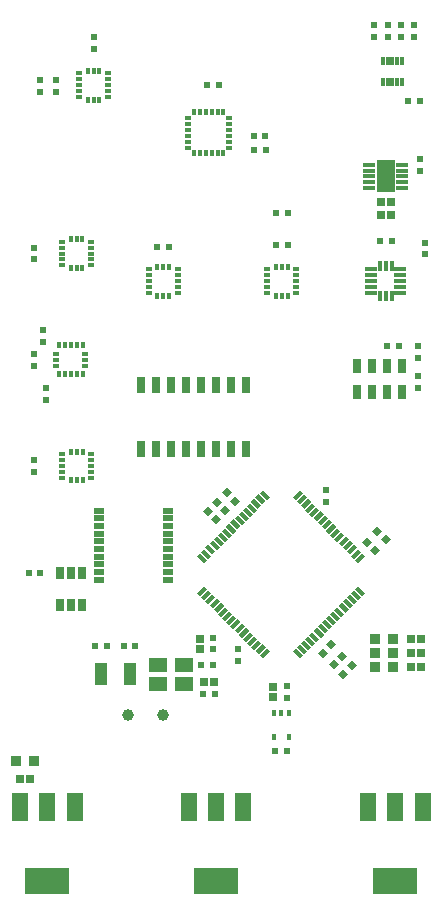
<source format=gts>
G75*
G70*
%OFA0B0*%
%FSLAX24Y24*%
%IPPOS*%
%LPD*%
%AMOC8*
5,1,8,0,0,1.08239X$1,22.5*
%
%ADD10R,0.0118X0.0276*%
%ADD11R,0.0236X0.0236*%
%ADD12R,0.0177X0.0217*%
%ADD13R,0.0217X0.0177*%
%ADD14R,0.0257X0.0453*%
%ADD15R,0.0158X0.0197*%
%ADD16R,0.0257X0.0276*%
%ADD17R,0.0157X0.0374*%
%ADD18R,0.0404X0.0157*%
%ADD19R,0.0384X0.0157*%
%ADD20R,0.0146X0.0335*%
%ADD21R,0.0236X0.0236*%
%ADD22R,0.0276X0.0257*%
%ADD23R,0.0434X0.0749*%
%ADD24R,0.0591X0.0512*%
%ADD25R,0.0355X0.0355*%
%ADD26C,0.0394*%
%ADD27R,0.0520X0.0920*%
%ADD28R,0.1457X0.0906*%
%ADD29R,0.0375X0.0197*%
%ADD30R,0.0157X0.0217*%
%ADD31R,0.0217X0.0157*%
%ADD32R,0.0276X0.0540*%
%ADD33R,0.0257X0.0434*%
%ADD34R,0.0433X0.0157*%
%ADD35R,0.0591X0.1064*%
D10*
X014400Y029334D03*
X014558Y029334D03*
X014715Y029334D03*
X014873Y029334D03*
X015030Y029334D03*
X015030Y030043D03*
X014873Y030043D03*
X014715Y030043D03*
X014558Y030043D03*
X014400Y030043D03*
D11*
X014555Y030842D03*
X014555Y031235D03*
X014112Y031235D03*
X014112Y030842D03*
X014992Y030842D03*
X014992Y031235D03*
X015421Y031237D03*
X015421Y030843D03*
X015245Y028709D03*
X015639Y028709D03*
X015632Y026765D03*
X015632Y026372D03*
X014689Y024039D03*
X014295Y024039D03*
X015812Y023975D03*
X015812Y023582D03*
X015582Y020515D03*
X015582Y020122D03*
X015582Y019525D03*
X015582Y019132D03*
X014926Y020519D03*
X014532Y020519D03*
X011219Y023909D03*
X010825Y023909D03*
X010825Y024959D03*
X011219Y024959D03*
X010499Y027069D03*
X010105Y027069D03*
X010085Y027539D03*
X010479Y027539D03*
X008919Y029219D03*
X008525Y029219D03*
X004752Y030442D03*
X004752Y030835D03*
X003512Y029390D03*
X003512Y028997D03*
X002952Y028997D03*
X002952Y029390D03*
X002762Y023805D03*
X002762Y023412D03*
X003082Y021055D03*
X003082Y020662D03*
X002762Y020265D03*
X002762Y019872D03*
X003182Y019135D03*
X003182Y018742D03*
X002762Y016725D03*
X002762Y016332D03*
X002588Y012970D03*
X002982Y012970D03*
X004795Y010529D03*
X005189Y010529D03*
X005755Y010529D03*
X006149Y010529D03*
X008325Y009899D03*
X008719Y009899D03*
X008720Y010412D03*
X008720Y010805D03*
X009582Y010415D03*
X009582Y010022D03*
X008789Y008919D03*
X008395Y008919D03*
X010812Y007039D03*
X011205Y007039D03*
X011200Y008792D03*
X011200Y009185D03*
X012502Y015322D03*
X012502Y015715D03*
X007269Y023819D03*
X006875Y023819D03*
D12*
X006875Y023171D03*
X007072Y023171D03*
X007269Y023171D03*
X007269Y022206D03*
X007072Y022206D03*
X006875Y022206D03*
X004384Y023126D03*
X004187Y023126D03*
X003990Y023126D03*
X003990Y024091D03*
X004187Y024091D03*
X004384Y024091D03*
X004386Y020551D03*
X004189Y020551D03*
X003992Y020551D03*
X003795Y020551D03*
X003599Y020551D03*
X003599Y019586D03*
X003795Y019586D03*
X003992Y019586D03*
X004189Y019586D03*
X004386Y019586D03*
X004386Y017011D03*
X004189Y017011D03*
X003992Y017011D03*
X003992Y016046D03*
X004189Y016046D03*
X004386Y016046D03*
X010825Y022206D03*
X011022Y022206D03*
X011219Y022206D03*
X011219Y023171D03*
X011022Y023171D03*
X010825Y023171D03*
X004949Y028741D03*
X004752Y028741D03*
X004555Y028741D03*
X004555Y029706D03*
X004752Y029706D03*
X004949Y029706D03*
D13*
X005234Y029617D03*
X005234Y029420D03*
X005234Y029224D03*
X005234Y029027D03*
X005234Y028830D03*
X004270Y028830D03*
X004270Y029027D03*
X004270Y029224D03*
X004270Y029420D03*
X004270Y029617D03*
X004669Y024002D03*
X004669Y023805D03*
X004669Y023609D03*
X004669Y023412D03*
X004669Y023215D03*
X003705Y023215D03*
X003705Y023412D03*
X003705Y023609D03*
X003705Y023805D03*
X003705Y024002D03*
X006590Y023082D03*
X006590Y022885D03*
X006590Y022689D03*
X006590Y022492D03*
X006590Y022295D03*
X007554Y022295D03*
X007554Y022492D03*
X007554Y022689D03*
X007554Y022885D03*
X007554Y023082D03*
X004474Y020265D03*
X004474Y020069D03*
X004474Y019872D03*
X003510Y019872D03*
X003510Y020069D03*
X003510Y020265D03*
X003707Y016922D03*
X003707Y016725D03*
X003707Y016529D03*
X003707Y016332D03*
X003707Y016135D03*
X004671Y016135D03*
X004671Y016332D03*
X004671Y016529D03*
X004671Y016725D03*
X004671Y016922D03*
X010540Y022295D03*
X010540Y022492D03*
X010540Y022689D03*
X010540Y022885D03*
X010540Y023082D03*
X011504Y023082D03*
X011504Y022885D03*
X011504Y022689D03*
X011504Y022492D03*
X011504Y022295D03*
D14*
X013549Y019856D03*
X014041Y019856D03*
X014533Y019856D03*
X015025Y019856D03*
X015025Y019010D03*
X014533Y019010D03*
X014041Y019010D03*
X013549Y019010D03*
D15*
X011264Y008282D03*
X011008Y008282D03*
X010753Y008282D03*
X010753Y007495D03*
X011264Y007495D03*
D16*
X010747Y008821D03*
X010747Y009156D03*
X008312Y010431D03*
X008312Y010766D03*
D17*
X014295Y022187D03*
X014492Y022187D03*
X014689Y022187D03*
X014689Y023191D03*
X014492Y023191D03*
X014295Y023191D03*
D18*
X014015Y022885D03*
X014015Y022689D03*
X014015Y022492D03*
X014970Y022492D03*
X014970Y022689D03*
X014970Y022885D03*
D19*
X014979Y023082D03*
X014979Y022295D03*
X014005Y022295D03*
X014005Y023082D03*
D20*
G36*
X011491Y015388D02*
X011388Y015491D01*
X011623Y015726D01*
X011726Y015623D01*
X011491Y015388D01*
G37*
G36*
X011630Y015248D02*
X011527Y015351D01*
X011762Y015586D01*
X011865Y015483D01*
X011630Y015248D01*
G37*
G36*
X011769Y015109D02*
X011666Y015212D01*
X011901Y015447D01*
X012004Y015344D01*
X011769Y015109D01*
G37*
G36*
X011908Y014970D02*
X011805Y015073D01*
X012040Y015308D01*
X012143Y015205D01*
X011908Y014970D01*
G37*
G36*
X012047Y014831D02*
X011944Y014934D01*
X012179Y015169D01*
X012282Y015066D01*
X012047Y014831D01*
G37*
G36*
X012186Y014692D02*
X012083Y014795D01*
X012318Y015030D01*
X012421Y014927D01*
X012186Y014692D01*
G37*
G36*
X012326Y014552D02*
X012223Y014655D01*
X012458Y014890D01*
X012561Y014787D01*
X012326Y014552D01*
G37*
G36*
X012465Y014413D02*
X012362Y014516D01*
X012597Y014751D01*
X012700Y014648D01*
X012465Y014413D01*
G37*
G36*
X012604Y014274D02*
X012501Y014377D01*
X012736Y014612D01*
X012839Y014509D01*
X012604Y014274D01*
G37*
G36*
X012743Y014135D02*
X012640Y014238D01*
X012875Y014473D01*
X012978Y014370D01*
X012743Y014135D01*
G37*
G36*
X012882Y013996D02*
X012779Y014099D01*
X013014Y014334D01*
X013117Y014231D01*
X012882Y013996D01*
G37*
G36*
X013022Y013857D02*
X012919Y013960D01*
X013154Y014195D01*
X013257Y014092D01*
X013022Y013857D01*
G37*
G36*
X013161Y013717D02*
X013058Y013820D01*
X013293Y014055D01*
X013396Y013952D01*
X013161Y013717D01*
G37*
G36*
X013300Y013578D02*
X013197Y013681D01*
X013432Y013916D01*
X013535Y013813D01*
X013300Y013578D01*
G37*
G36*
X013439Y013439D02*
X013336Y013542D01*
X013571Y013777D01*
X013674Y013674D01*
X013439Y013439D01*
G37*
G36*
X013578Y013300D02*
X013475Y013403D01*
X013710Y013638D01*
X013813Y013535D01*
X013578Y013300D01*
G37*
G36*
X013813Y012303D02*
X013710Y012200D01*
X013475Y012435D01*
X013578Y012538D01*
X013813Y012303D01*
G37*
G36*
X013336Y012296D02*
X013439Y012399D01*
X013674Y012164D01*
X013571Y012061D01*
X013336Y012296D01*
G37*
G36*
X013197Y012157D02*
X013300Y012260D01*
X013535Y012025D01*
X013432Y011922D01*
X013197Y012157D01*
G37*
G36*
X013058Y012018D02*
X013161Y012121D01*
X013396Y011886D01*
X013293Y011783D01*
X013058Y012018D01*
G37*
G36*
X012919Y011878D02*
X013022Y011981D01*
X013257Y011746D01*
X013154Y011643D01*
X012919Y011878D01*
G37*
G36*
X012779Y011739D02*
X012882Y011842D01*
X013117Y011607D01*
X013014Y011504D01*
X012779Y011739D01*
G37*
G36*
X012640Y011600D02*
X012743Y011703D01*
X012978Y011468D01*
X012875Y011365D01*
X012640Y011600D01*
G37*
G36*
X012501Y011461D02*
X012604Y011564D01*
X012839Y011329D01*
X012736Y011226D01*
X012501Y011461D01*
G37*
G36*
X012362Y011322D02*
X012465Y011425D01*
X012700Y011190D01*
X012597Y011087D01*
X012362Y011322D01*
G37*
G36*
X012223Y011182D02*
X012326Y011285D01*
X012561Y011050D01*
X012458Y010947D01*
X012223Y011182D01*
G37*
G36*
X012083Y011043D02*
X012186Y011146D01*
X012421Y010911D01*
X012318Y010808D01*
X012083Y011043D01*
G37*
G36*
X011944Y010904D02*
X012047Y011007D01*
X012282Y010772D01*
X012179Y010669D01*
X011944Y010904D01*
G37*
G36*
X011805Y010765D02*
X011908Y010868D01*
X012143Y010633D01*
X012040Y010530D01*
X011805Y010765D01*
G37*
G36*
X011666Y010626D02*
X011769Y010729D01*
X012004Y010494D01*
X011901Y010391D01*
X011666Y010626D01*
G37*
G36*
X011527Y010486D02*
X011630Y010589D01*
X011865Y010354D01*
X011762Y010251D01*
X011527Y010486D01*
G37*
G36*
X011388Y010347D02*
X011491Y010450D01*
X011726Y010215D01*
X011623Y010112D01*
X011388Y010347D01*
G37*
G36*
X010523Y010450D02*
X010626Y010347D01*
X010391Y010112D01*
X010288Y010215D01*
X010523Y010450D01*
G37*
G36*
X010384Y010589D02*
X010487Y010486D01*
X010252Y010251D01*
X010149Y010354D01*
X010384Y010589D01*
G37*
G36*
X010244Y010729D02*
X010347Y010626D01*
X010112Y010391D01*
X010009Y010494D01*
X010244Y010729D01*
G37*
G36*
X010105Y010868D02*
X010208Y010765D01*
X009973Y010530D01*
X009870Y010633D01*
X010105Y010868D01*
G37*
G36*
X009966Y011007D02*
X010069Y010904D01*
X009834Y010669D01*
X009731Y010772D01*
X009966Y011007D01*
G37*
G36*
X009827Y011146D02*
X009930Y011043D01*
X009695Y010808D01*
X009592Y010911D01*
X009827Y011146D01*
G37*
G36*
X009688Y011285D02*
X009791Y011182D01*
X009556Y010947D01*
X009453Y011050D01*
X009688Y011285D01*
G37*
G36*
X009549Y011425D02*
X009652Y011322D01*
X009417Y011087D01*
X009314Y011190D01*
X009549Y011425D01*
G37*
G36*
X009409Y011564D02*
X009512Y011461D01*
X009277Y011226D01*
X009174Y011329D01*
X009409Y011564D01*
G37*
G36*
X009270Y011703D02*
X009373Y011600D01*
X009138Y011365D01*
X009035Y011468D01*
X009270Y011703D01*
G37*
G36*
X009131Y011842D02*
X009234Y011739D01*
X008999Y011504D01*
X008896Y011607D01*
X009131Y011842D01*
G37*
G36*
X008992Y011981D02*
X009095Y011878D01*
X008860Y011643D01*
X008757Y011746D01*
X008992Y011981D01*
G37*
G36*
X008853Y012121D02*
X008956Y012018D01*
X008721Y011783D01*
X008618Y011886D01*
X008853Y012121D01*
G37*
G36*
X008713Y012260D02*
X008816Y012157D01*
X008581Y011922D01*
X008478Y012025D01*
X008713Y012260D01*
G37*
G36*
X008574Y012399D02*
X008677Y012296D01*
X008442Y012061D01*
X008339Y012164D01*
X008574Y012399D01*
G37*
G36*
X008435Y012538D02*
X008538Y012435D01*
X008303Y012200D01*
X008200Y012303D01*
X008435Y012538D01*
G37*
G36*
X008538Y013403D02*
X008435Y013300D01*
X008200Y013535D01*
X008303Y013638D01*
X008538Y013403D01*
G37*
G36*
X008677Y013542D02*
X008574Y013439D01*
X008339Y013674D01*
X008442Y013777D01*
X008677Y013542D01*
G37*
G36*
X008816Y013681D02*
X008713Y013578D01*
X008478Y013813D01*
X008581Y013916D01*
X008816Y013681D01*
G37*
G36*
X008956Y013820D02*
X008853Y013717D01*
X008618Y013952D01*
X008721Y014055D01*
X008956Y013820D01*
G37*
G36*
X009095Y013960D02*
X008992Y013857D01*
X008757Y014092D01*
X008860Y014195D01*
X009095Y013960D01*
G37*
G36*
X009234Y014099D02*
X009131Y013996D01*
X008896Y014231D01*
X008999Y014334D01*
X009234Y014099D01*
G37*
G36*
X009373Y014238D02*
X009270Y014135D01*
X009035Y014370D01*
X009138Y014473D01*
X009373Y014238D01*
G37*
G36*
X009512Y014377D02*
X009409Y014274D01*
X009174Y014509D01*
X009277Y014612D01*
X009512Y014377D01*
G37*
G36*
X009652Y014516D02*
X009549Y014413D01*
X009314Y014648D01*
X009417Y014751D01*
X009652Y014516D01*
G37*
G36*
X009791Y014655D02*
X009688Y014552D01*
X009453Y014787D01*
X009556Y014890D01*
X009791Y014655D01*
G37*
G36*
X009930Y014795D02*
X009827Y014692D01*
X009592Y014927D01*
X009695Y015030D01*
X009930Y014795D01*
G37*
G36*
X010069Y014934D02*
X009966Y014831D01*
X009731Y015066D01*
X009834Y015169D01*
X010069Y014934D01*
G37*
G36*
X010208Y015073D02*
X010105Y014970D01*
X009870Y015205D01*
X009973Y015308D01*
X010208Y015073D01*
G37*
G36*
X010347Y015212D02*
X010244Y015109D01*
X010009Y015344D01*
X010112Y015447D01*
X010347Y015212D01*
G37*
G36*
X010487Y015351D02*
X010384Y015248D01*
X010149Y015483D01*
X010252Y015586D01*
X010487Y015351D01*
G37*
G36*
X010626Y015491D02*
X010523Y015388D01*
X010288Y015623D01*
X010391Y015726D01*
X010626Y015491D01*
G37*
D21*
G36*
X009467Y015210D02*
X009301Y015376D01*
X009467Y015542D01*
X009633Y015376D01*
X009467Y015210D01*
G37*
G36*
X009149Y014892D02*
X008983Y015058D01*
X009149Y015224D01*
X009315Y015058D01*
X009149Y014892D01*
G37*
G36*
X008838Y014581D02*
X008672Y014747D01*
X008838Y014913D01*
X009004Y014747D01*
X008838Y014581D01*
G37*
G36*
X008560Y014859D02*
X008394Y015025D01*
X008560Y015191D01*
X008726Y015025D01*
X008560Y014859D01*
G37*
G36*
X008871Y015171D02*
X008705Y015337D01*
X008871Y015503D01*
X009037Y015337D01*
X008871Y015171D01*
G37*
G36*
X009189Y015489D02*
X009023Y015655D01*
X009189Y015821D01*
X009355Y015655D01*
X009189Y015489D01*
G37*
G36*
X012840Y010579D02*
X012674Y010413D01*
X012508Y010579D01*
X012674Y010745D01*
X012840Y010579D01*
G37*
G36*
X013215Y010194D02*
X013049Y010028D01*
X012883Y010194D01*
X013049Y010360D01*
X013215Y010194D01*
G37*
G36*
X013526Y009883D02*
X013360Y009717D01*
X013194Y009883D01*
X013360Y010049D01*
X013526Y009883D01*
G37*
G36*
X013247Y009605D02*
X013081Y009439D01*
X012915Y009605D01*
X013081Y009771D01*
X013247Y009605D01*
G37*
G36*
X012936Y009916D02*
X012770Y009750D01*
X012604Y009916D01*
X012770Y010082D01*
X012936Y009916D01*
G37*
G36*
X012561Y010300D02*
X012395Y010134D01*
X012229Y010300D01*
X012395Y010466D01*
X012561Y010300D01*
G37*
G36*
X014140Y013565D02*
X013974Y013731D01*
X014140Y013897D01*
X014306Y013731D01*
X014140Y013565D01*
G37*
G36*
X013861Y013844D02*
X013695Y014010D01*
X013861Y014176D01*
X014027Y014010D01*
X013861Y013844D01*
G37*
G36*
X014209Y014201D02*
X014043Y014367D01*
X014209Y014533D01*
X014375Y014367D01*
X014209Y014201D01*
G37*
G36*
X014487Y013923D02*
X014321Y014089D01*
X014487Y014255D01*
X014653Y014089D01*
X014487Y013923D01*
G37*
D22*
X015345Y010759D03*
X015345Y010289D03*
X015680Y010289D03*
X015680Y010759D03*
X015680Y009829D03*
X015345Y009829D03*
X008760Y009334D03*
X008425Y009334D03*
X002625Y006089D03*
X002290Y006089D03*
X014325Y024909D03*
X014660Y024909D03*
X014660Y025329D03*
X014325Y025329D03*
D23*
X005984Y009586D03*
X005000Y009586D03*
D24*
X006907Y009271D03*
X006907Y009901D03*
X007773Y009901D03*
X007773Y009271D03*
D25*
X002752Y006679D03*
X002162Y006679D03*
X014147Y009829D03*
X014147Y010289D03*
X014147Y010759D03*
X014737Y010759D03*
X014737Y010289D03*
X014737Y009829D03*
D26*
X007083Y008229D03*
X005902Y008229D03*
D27*
X004122Y005149D03*
X003212Y005149D03*
X002302Y005149D03*
X007922Y005149D03*
X008832Y005149D03*
X009742Y005149D03*
X013902Y005149D03*
X014812Y005149D03*
X015722Y005149D03*
D28*
X003212Y002709D03*
X008832Y002709D03*
X014812Y002709D03*
D29*
X007244Y012734D03*
X007244Y012990D03*
X007244Y013245D03*
X007244Y013501D03*
X007244Y013757D03*
X007244Y014013D03*
X007244Y014269D03*
X007244Y014525D03*
X007244Y014781D03*
X007244Y015037D03*
X004941Y015037D03*
X004941Y014781D03*
X004941Y014525D03*
X004941Y014269D03*
X004941Y014013D03*
X004941Y013757D03*
X004941Y013501D03*
X004941Y013245D03*
X004941Y012990D03*
X004941Y012734D03*
D30*
X008100Y026955D03*
X008297Y026955D03*
X008494Y026955D03*
X008691Y026955D03*
X008887Y026955D03*
X009084Y026955D03*
X009084Y028314D03*
X008887Y028314D03*
X008691Y028314D03*
X008494Y028314D03*
X008297Y028314D03*
X008100Y028314D03*
D31*
X007913Y028127D03*
X007913Y027930D03*
X007913Y027733D03*
X007913Y027536D03*
X007913Y027339D03*
X007913Y027142D03*
X009271Y027142D03*
X009271Y027339D03*
X009271Y027536D03*
X009271Y027733D03*
X009271Y027930D03*
X009271Y028127D03*
D32*
X009342Y019212D03*
X008842Y019212D03*
X008342Y019212D03*
X007842Y019212D03*
X007342Y019212D03*
X006842Y019212D03*
X006342Y019212D03*
X006342Y017105D03*
X006842Y017105D03*
X007342Y017105D03*
X007842Y017105D03*
X008342Y017105D03*
X008842Y017105D03*
X009342Y017105D03*
X009842Y017105D03*
X009842Y019212D03*
D33*
X004366Y012970D03*
X003992Y012970D03*
X003618Y012970D03*
X003618Y011907D03*
X003992Y011907D03*
X004366Y011907D03*
D34*
X013941Y025785D03*
X013941Y025982D03*
X013941Y026179D03*
X013941Y026375D03*
X013941Y026572D03*
X015043Y026572D03*
X015043Y026375D03*
X015043Y026179D03*
X015043Y025982D03*
X015043Y025785D03*
D35*
X014492Y026179D03*
M02*

</source>
